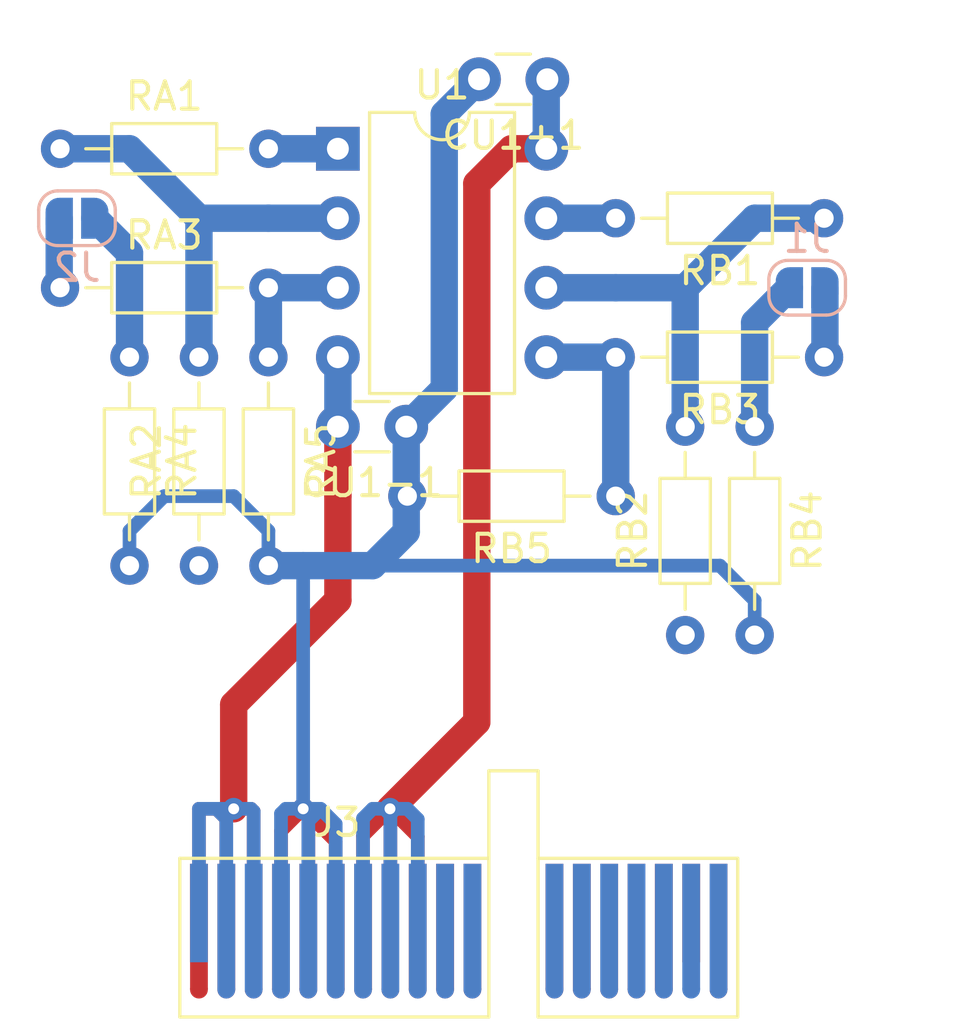
<source format=kicad_pcb>
(kicad_pcb (version 20171130) (host pcbnew 5.0.2-bee76a0~70~ubuntu16.04.1)

  (general
    (thickness 1.6)
    (drawings 0)
    (tracks 98)
    (zones 0)
    (modules 16)
    (nets 14)
  )

  (page A4)
  (layers
    (0 F.Cu signal)
    (31 B.Cu signal)
    (32 B.Adhes user)
    (33 F.Adhes user)
    (34 B.Paste user)
    (35 F.Paste user)
    (36 B.SilkS user)
    (37 F.SilkS user)
    (38 B.Mask user)
    (39 F.Mask user)
    (40 Dwgs.User user)
    (41 Cmts.User user)
    (42 Eco1.User user)
    (43 Eco2.User user)
    (44 Edge.Cuts user)
    (45 Margin user)
    (46 B.CrtYd user)
    (47 F.CrtYd user)
    (48 B.Fab user)
    (49 F.Fab user)
  )

  (setup
    (last_trace_width 1)
    (trace_clearance 0.2)
    (zone_clearance 0.508)
    (zone_45_only no)
    (trace_min 0.2)
    (segment_width 0.2)
    (edge_width 0.1)
    (via_size 0.8)
    (via_drill 0.4)
    (via_min_size 0.4)
    (via_min_drill 0.3)
    (uvia_size 0.3)
    (uvia_drill 0.1)
    (uvias_allowed no)
    (uvia_min_size 0.2)
    (uvia_min_drill 0.1)
    (pcb_text_width 0.3)
    (pcb_text_size 1.5 1.5)
    (mod_edge_width 0.15)
    (mod_text_size 1 1)
    (mod_text_width 0.15)
    (pad_size 1 0.5)
    (pad_drill 0)
    (pad_to_mask_clearance 0)
    (solder_mask_min_width 0.25)
    (aux_axis_origin 0 0)
    (visible_elements FFFFFF7F)
    (pcbplotparams
      (layerselection 0x010fc_ffffffff)
      (usegerberextensions false)
      (usegerberattributes false)
      (usegerberadvancedattributes false)
      (creategerberjobfile false)
      (excludeedgelayer true)
      (linewidth 0.100000)
      (plotframeref false)
      (viasonmask false)
      (mode 1)
      (useauxorigin false)
      (hpglpennumber 1)
      (hpglpenspeed 20)
      (hpglpendiameter 15.000000)
      (psnegative false)
      (psa4output false)
      (plotreference true)
      (plotvalue true)
      (plotinvisibletext false)
      (padsonsilk false)
      (subtractmaskfromsilk false)
      (outputformat 1)
      (mirror false)
      (drillshape 1)
      (scaleselection 1)
      (outputdirectory ""))
  )

  (net 0 "")
  (net 1 +15V)
  (net 2 GNDA)
  (net 3 -15V)
  (net 4 "Net-(J1-Pad2)")
  (net 5 "Net-(J2-Pad2)")
  (net 6 /inB-)
  (net 7 /inA-)
  (net 8 "Net-(RA1-Pad1)")
  (net 9 /outA)
  (net 10 "Net-(RA3-Pad2)")
  (net 11 "Net-(RB1-Pad1)")
  (net 12 /outB)
  (net 13 "Net-(RB3-Pad2)")

  (net_class Default "This is the default net class."
    (clearance 0.2)
    (trace_width 1)
    (via_dia 0.8)
    (via_drill 0.4)
    (uvia_dia 0.3)
    (uvia_drill 0.1)
    (add_net /inA-)
    (add_net /inB-)
    (add_net /outA)
    (add_net /outB)
    (add_net "Net-(J1-Pad2)")
    (add_net "Net-(J2-Pad2)")
    (add_net "Net-(RA1-Pad1)")
    (add_net "Net-(RA3-Pad2)")
    (add_net "Net-(RB1-Pad1)")
    (add_net "Net-(RB3-Pad2)")
  )

  (net_class power ""
    (clearance 0.2)
    (trace_width 0.5)
    (via_dia 0.8)
    (via_drill 0.4)
    (uvia_dia 0.3)
    (uvia_drill 0.1)
    (add_net +15V)
    (add_net -15V)
    (add_net GNDA)
  )

  (module Package_DIP:DIP-8_W7.62mm (layer F.Cu) (tedit 5A02E8C5) (tstamp 5C548E98)
    (at 101.6 38.1)
    (descr "8-lead though-hole mounted DIP package, row spacing 7.62 mm (300 mils)")
    (tags "THT DIP DIL PDIP 2.54mm 7.62mm 300mil")
    (path /5C54CA7D)
    (fp_text reference U1 (at 3.81 -2.33) (layer F.SilkS)
      (effects (font (size 1 1) (thickness 0.15)))
    )
    (fp_text value LM4562 (at 3.81 9.95) (layer F.Fab)
      (effects (font (size 1 1) (thickness 0.15)))
    )
    (fp_arc (start 3.81 -1.33) (end 2.81 -1.33) (angle -180) (layer F.SilkS) (width 0.12))
    (fp_line (start 1.635 -1.27) (end 6.985 -1.27) (layer F.Fab) (width 0.1))
    (fp_line (start 6.985 -1.27) (end 6.985 8.89) (layer F.Fab) (width 0.1))
    (fp_line (start 6.985 8.89) (end 0.635 8.89) (layer F.Fab) (width 0.1))
    (fp_line (start 0.635 8.89) (end 0.635 -0.27) (layer F.Fab) (width 0.1))
    (fp_line (start 0.635 -0.27) (end 1.635 -1.27) (layer F.Fab) (width 0.1))
    (fp_line (start 2.81 -1.33) (end 1.16 -1.33) (layer F.SilkS) (width 0.12))
    (fp_line (start 1.16 -1.33) (end 1.16 8.95) (layer F.SilkS) (width 0.12))
    (fp_line (start 1.16 8.95) (end 6.46 8.95) (layer F.SilkS) (width 0.12))
    (fp_line (start 6.46 8.95) (end 6.46 -1.33) (layer F.SilkS) (width 0.12))
    (fp_line (start 6.46 -1.33) (end 4.81 -1.33) (layer F.SilkS) (width 0.12))
    (fp_line (start -1.1 -1.55) (end -1.1 9.15) (layer F.CrtYd) (width 0.05))
    (fp_line (start -1.1 9.15) (end 8.7 9.15) (layer F.CrtYd) (width 0.05))
    (fp_line (start 8.7 9.15) (end 8.7 -1.55) (layer F.CrtYd) (width 0.05))
    (fp_line (start 8.7 -1.55) (end -1.1 -1.55) (layer F.CrtYd) (width 0.05))
    (fp_text user %R (at 3.81 3.81) (layer F.Fab)
      (effects (font (size 1 1) (thickness 0.15)))
    )
    (pad 1 thru_hole rect (at 0 0) (size 1.6 1.6) (drill 0.8) (layers *.Cu *.Mask)
      (net 9 /outA))
    (pad 5 thru_hole oval (at 7.62 7.62) (size 1.6 1.6) (drill 0.8) (layers *.Cu *.Mask)
      (net 13 "Net-(RB3-Pad2)"))
    (pad 2 thru_hole oval (at 0 2.54) (size 1.6 1.6) (drill 0.8) (layers *.Cu *.Mask)
      (net 8 "Net-(RA1-Pad1)"))
    (pad 6 thru_hole oval (at 7.62 5.08) (size 1.6 1.6) (drill 0.8) (layers *.Cu *.Mask)
      (net 11 "Net-(RB1-Pad1)"))
    (pad 3 thru_hole oval (at 0 5.08) (size 1.6 1.6) (drill 0.8) (layers *.Cu *.Mask)
      (net 10 "Net-(RA3-Pad2)"))
    (pad 7 thru_hole oval (at 7.62 2.54) (size 1.6 1.6) (drill 0.8) (layers *.Cu *.Mask)
      (net 12 /outB))
    (pad 4 thru_hole oval (at 0 7.62) (size 1.6 1.6) (drill 0.8) (layers *.Cu *.Mask)
      (net 3 -15V))
    (pad 8 thru_hole oval (at 7.62 0) (size 1.6 1.6) (drill 0.8) (layers *.Cu *.Mask)
      (net 1 +15V))
    (model ${KISYS3DMOD}/Package_DIP.3dshapes/DIP-8_W7.62mm.wrl
      (at (xyz 0 0 0))
      (scale (xyz 1 1 1))
      (rotate (xyz 0 0 0))
    )
  )

  (module footprints:PCIexpress_1x_letters (layer F.Cu) (tedit 5C5476B0) (tstamp 5C54794C)
    (at 96.52 66.04)
    (descr "PCIexpress Bus Edge Connector")
    (tags "PCIexpress Bus Edge Connector")
    (path /5C5482AB)
    (attr virtual)
    (fp_text reference J3 (at 5.05 -3.31) (layer F.SilkS)
      (effects (font (size 1 1) (thickness 0.15)))
    )
    (fp_text value Conn_02x18_Row_Letter_First (at 16.48 -3.31) (layer F.Fab)
      (effects (font (size 1 1) (thickness 0.15)))
    )
    (fp_line (start 19.95 4.05) (end -0.95 4.05) (layer F.CrtYd) (width 0.05))
    (fp_line (start 19.95 4.05) (end 19.95 -5.45) (layer F.CrtYd) (width 0.05))
    (fp_line (start -0.95 -5.45) (end -0.95 4.05) (layer F.CrtYd) (width 0.05))
    (fp_line (start -0.95 -5.45) (end 19.95 -5.45) (layer F.CrtYd) (width 0.05))
    (fp_line (start 19.7 -2) (end 19.7 3.8) (layer F.SilkS) (width 0.12))
    (fp_line (start 12.4 -2) (end 12.4 3.8) (layer F.SilkS) (width 0.12))
    (fp_line (start 12.4 3.8) (end 19.7 3.8) (layer F.SilkS) (width 0.12))
    (fp_line (start 19.7 -2) (end 12.4 -2) (layer F.SilkS) (width 0.12))
    (fp_line (start -0.7 3.8) (end -0.7 -2) (layer F.SilkS) (width 0.12))
    (fp_line (start 10.6 3.8) (end -0.7 3.8) (layer F.SilkS) (width 0.12))
    (fp_line (start 10.6 -2) (end 10.6 3.8) (layer F.SilkS) (width 0.12))
    (fp_line (start -0.7 -2) (end 10.6 -2) (layer F.SilkS) (width 0.12))
    (fp_line (start 12.4 -5.2) (end 12.4 -2) (layer F.SilkS) (width 0.12))
    (fp_line (start 10.6 -5.2) (end 12.4 -5.2) (layer F.SilkS) (width 0.12))
    (fp_line (start 10.6 -2) (end 10.6 -5.2) (layer F.SilkS) (width 0.12))
    (fp_text user %R (at 9.5 0.662) (layer F.Fab)
      (effects (font (size 1 1) (thickness 0.15)))
    )
    (pad "" connect oval (at 1 2.8 90) (size 0.65 0.65) (layers B.Cu B.Mask))
    (pad "" connect oval (at 19 2.8 90) (size 0.65 0.65) (layers B.Cu B.Mask))
    (pad "" connect oval (at 18 2.8 90) (size 0.65 0.65) (layers B.Cu B.Mask))
    (pad "" connect oval (at 13 2.8 90) (size 0.65 0.65) (layers B.Cu B.Mask))
    (pad "" connect oval (at 10 2.8 90) (size 0.65 0.65) (layers B.Cu B.Mask))
    (pad "" connect oval (at 17 2.8 90) (size 0.65 0.65) (layers B.Cu B.Mask))
    (pad "" connect oval (at 14 2.8 90) (size 0.65 0.65) (layers B.Cu B.Mask))
    (pad "" connect oval (at 2 2.8 90) (size 0.65 0.65) (layers B.Cu B.Mask))
    (pad "" connect oval (at 16 2.8 90) (size 0.65 0.65) (layers B.Cu B.Mask))
    (pad "" connect oval (at 15 2.8 90) (size 0.65 0.65) (layers B.Cu B.Mask))
    (pad "" connect oval (at 9 2.8 90) (size 0.65 0.65) (layers B.Cu B.Mask))
    (pad "" connect oval (at 8 2.8 90) (size 0.65 0.65) (layers B.Cu B.Mask))
    (pad "" connect oval (at 7 2.8 90) (size 0.65 0.65) (layers B.Cu B.Mask))
    (pad "" connect oval (at 6 2.8 90) (size 0.65 0.65) (layers B.Cu B.Mask))
    (pad "" connect oval (at 5 2.8 90) (size 0.65 0.65) (layers B.Cu B.Mask))
    (pad "" connect oval (at 4 2.8 90) (size 0.65 0.65) (layers B.Cu B.Mask))
    (pad "" connect oval (at 3 2.8 90) (size 0.65 0.65) (layers B.Cu B.Mask))
    (pad "" connect circle (at 1 2.8) (size 0.65 0.65) (layers F.Cu F.Mask))
    (pad "" connect circle (at 17 2.8) (size 0.65 0.65) (layers F.Cu F.Mask))
    (pad "" connect circle (at 16 2.8) (size 0.65 0.65) (layers F.Cu F.Mask))
    (pad "" connect circle (at 15 2.8) (size 0.65 0.65) (layers F.Cu F.Mask))
    (pad "" connect circle (at 14 2.8) (size 0.65 0.65) (layers F.Cu F.Mask))
    (pad "" connect circle (at 13 2.8) (size 0.65 0.65) (layers F.Cu F.Mask))
    (pad "" connect circle (at 0 2.8) (size 0.65 0.65) (layers F.Cu F.Mask))
    (pad "" connect circle (at 10 2.8) (size 0.65 0.65) (layers F.Cu F.Mask))
    (pad "" connect circle (at 9 2.8) (size 0.65 0.65) (layers F.Cu F.Mask))
    (pad "" connect circle (at 8 2.8) (size 0.65 0.65) (layers F.Cu F.Mask))
    (pad "" connect circle (at 7 2.8) (size 0.65 0.65) (layers F.Cu F.Mask))
    (pad "" connect circle (at 6 2.8) (size 0.65 0.65) (layers F.Cu F.Mask))
    (pad "" connect circle (at 5 2.8) (size 0.65 0.65) (layers F.Cu F.Mask))
    (pad "" connect circle (at 4 2.8) (size 0.65 0.65) (layers F.Cu F.Mask))
    (pad "" connect circle (at 3 2.8) (size 0.65 0.65) (layers F.Cu F.Mask))
    (pad "" connect circle (at 2 2.8) (size 0.65 0.65) (layers F.Cu F.Mask))
    (pad 13a connect rect (at 14 0.5) (size 0.65 4.6) (layers B.Cu B.Mask))
    (pad 12a connect rect (at 13 0.5) (size 0.65 4.6) (layers B.Cu B.Mask))
    (pad 18a connect rect (at 19 0.5) (size 0.65 4.6) (layers B.Cu B.Mask))
    (pad 17a connect rect (at 18 0.5) (size 0.65 4.6) (layers B.Cu B.Mask))
    (pad 16a connect rect (at 17 0.5) (size 0.65 4.6) (layers B.Cu B.Mask))
    (pad 15a connect rect (at 16 0.5) (size 0.65 4.6) (layers B.Cu B.Mask))
    (pad 14a connect rect (at 15 0.5) (size 0.65 4.6) (layers B.Cu B.Mask))
    (pad 11a connect rect (at 10 0.5) (size 0.65 4.6) (layers B.Cu B.Mask))
    (pad 10a connect rect (at 9 0.5) (size 0.65 4.6) (layers B.Cu B.Mask))
    (pad 9a connect rect (at 8 0.5) (size 0.65 4.6) (layers B.Cu B.Mask)
      (net 1 +15V))
    (pad 8a connect rect (at 7 0.5) (size 0.65 4.6) (layers B.Cu B.Mask)
      (net 1 +15V))
    (pad 7a connect rect (at 6 0.5) (size 0.65 4.6) (layers B.Cu B.Mask)
      (net 1 +15V))
    (pad 6a connect rect (at 5 0.5) (size 0.65 4.6) (layers B.Cu B.Mask)
      (net 2 GNDA))
    (pad 5a connect rect (at 4 0.5) (size 0.65 4.6) (layers B.Cu B.Mask)
      (net 2 GNDA))
    (pad 4a connect rect (at 3 0.5) (size 0.65 4.6) (layers B.Cu B.Mask)
      (net 2 GNDA))
    (pad 3a connect rect (at 2 0.5) (size 0.65 4.6) (layers B.Cu B.Mask)
      (net 3 -15V))
    (pad 2a connect rect (at 1 0.5) (size 0.65 4.6) (layers B.Cu B.Mask)
      (net 3 -15V))
    (pad 1a connect rect (at 0 0) (size 0.65 3.6) (layers B.Cu B.Mask)
      (net 3 -15V))
    (pad 13b connect rect (at 14 0.5) (size 0.65 4.6) (layers F.Cu F.Mask))
    (pad 12b connect rect (at 13 0.5) (size 0.65 4.6) (layers F.Cu F.Mask))
    (pad 18b connect rect (at 19 0.5) (size 0.65 4.6) (layers F.Cu F.Mask))
    (pad 17b connect rect (at 18 0) (size 0.65 3.6) (layers F.Cu F.Mask))
    (pad 16b connect rect (at 17 0.5) (size 0.65 4.6) (layers F.Cu F.Mask))
    (pad 15b connect rect (at 16 0.5) (size 0.65 4.6) (layers F.Cu F.Mask))
    (pad 14b connect rect (at 15 0.5) (size 0.65 4.6) (layers F.Cu F.Mask))
    (pad 11b connect rect (at 10 0.5) (size 0.65 4.6) (layers F.Cu F.Mask))
    (pad 10b connect rect (at 9 0.5) (size 0.65 4.6) (layers F.Cu F.Mask))
    (pad 9b connect rect (at 8 0.5) (size 0.65 4.6) (layers F.Cu F.Mask)
      (net 1 +15V))
    (pad 8b connect rect (at 7 0.5) (size 0.65 4.6) (layers F.Cu F.Mask)
      (net 1 +15V))
    (pad 7b connect rect (at 6 0.5) (size 0.65 4.6) (layers F.Cu F.Mask)
      (net 1 +15V))
    (pad 6b connect rect (at 5 0.5) (size 0.65 4.6) (layers F.Cu F.Mask)
      (net 2 GNDA))
    (pad 5b connect rect (at 4 0.5) (size 0.65 4.6) (layers F.Cu F.Mask)
      (net 2 GNDA))
    (pad 4b connect rect (at 3 0.5) (size 0.65 4.6) (layers F.Cu F.Mask)
      (net 2 GNDA))
    (pad 3b connect rect (at 2 0.5) (size 0.65 4.6) (layers F.Cu F.Mask)
      (net 3 -15V))
    (pad 2b connect rect (at 1 0.5) (size 0.65 4.6) (layers F.Cu F.Mask)
      (net 3 -15V))
    (pad 1b connect rect (at 0 0.5) (size 0.65 4.6) (layers F.Cu F.Mask)
      (net 3 -15V))
    (pad "" connect circle (at 19 2.8) (size 0.65 0.65) (layers F.Cu F.Mask))
  )

  (module Capacitor_THT:C_Disc_D3.0mm_W1.6mm_P2.50mm (layer F.Cu) (tedit 5AE50EF0) (tstamp 5C5490AB)
    (at 109.26 35.56 180)
    (descr "C, Disc series, Radial, pin pitch=2.50mm, , diameter*width=3.0*1.6mm^2, Capacitor, http://www.vishay.com/docs/45233/krseries.pdf")
    (tags "C Disc series Radial pin pitch 2.50mm  diameter 3.0mm width 1.6mm Capacitor")
    (path /5C54CB2B)
    (fp_text reference CU1+1 (at 1.25 -2.05 180) (layer F.SilkS)
      (effects (font (size 1 1) (thickness 0.15)))
    )
    (fp_text value 100n (at 1.25 2.05 180) (layer F.Fab)
      (effects (font (size 1 1) (thickness 0.15)))
    )
    (fp_line (start -0.25 -0.8) (end -0.25 0.8) (layer F.Fab) (width 0.1))
    (fp_line (start -0.25 0.8) (end 2.75 0.8) (layer F.Fab) (width 0.1))
    (fp_line (start 2.75 0.8) (end 2.75 -0.8) (layer F.Fab) (width 0.1))
    (fp_line (start 2.75 -0.8) (end -0.25 -0.8) (layer F.Fab) (width 0.1))
    (fp_line (start 0.621 -0.92) (end 1.879 -0.92) (layer F.SilkS) (width 0.12))
    (fp_line (start 0.621 0.92) (end 1.879 0.92) (layer F.SilkS) (width 0.12))
    (fp_line (start -1.05 -1.05) (end -1.05 1.05) (layer F.CrtYd) (width 0.05))
    (fp_line (start -1.05 1.05) (end 3.55 1.05) (layer F.CrtYd) (width 0.05))
    (fp_line (start 3.55 1.05) (end 3.55 -1.05) (layer F.CrtYd) (width 0.05))
    (fp_line (start 3.55 -1.05) (end -1.05 -1.05) (layer F.CrtYd) (width 0.05))
    (fp_text user %R (at 1.25 0 180) (layer F.Fab)
      (effects (font (size 0.6 0.6) (thickness 0.09)))
    )
    (pad 1 thru_hole circle (at 0 0 180) (size 1.6 1.6) (drill 0.8) (layers *.Cu *.Mask)
      (net 1 +15V))
    (pad 2 thru_hole circle (at 2.5 0 180) (size 1.6 1.6) (drill 0.8) (layers *.Cu *.Mask)
      (net 2 GNDA))
    (model ${KISYS3DMOD}/Capacitor_THT.3dshapes/C_Disc_D3.0mm_W1.6mm_P2.50mm.wrl
      (at (xyz 0 0 0))
      (scale (xyz 1 1 1))
      (rotate (xyz 0 0 0))
    )
  )

  (module Capacitor_THT:C_Disc_D3.0mm_W1.6mm_P2.50mm (layer F.Cu) (tedit 5AE50EF0) (tstamp 5C54904A)
    (at 104.1 48.26 180)
    (descr "C, Disc series, Radial, pin pitch=2.50mm, , diameter*width=3.0*1.6mm^2, Capacitor, http://www.vishay.com/docs/45233/krseries.pdf")
    (tags "C Disc series Radial pin pitch 2.50mm  diameter 3.0mm width 1.6mm Capacitor")
    (path /5C54CB3A)
    (fp_text reference CU1-1 (at 1.25 -2.05 180) (layer F.SilkS)
      (effects (font (size 1 1) (thickness 0.15)))
    )
    (fp_text value 100n (at 1.25 2.05 180) (layer F.Fab)
      (effects (font (size 1 1) (thickness 0.15)))
    )
    (fp_text user %R (at 1.25 0 180) (layer F.Fab)
      (effects (font (size 0.6 0.6) (thickness 0.09)))
    )
    (fp_line (start 3.55 -1.05) (end -1.05 -1.05) (layer F.CrtYd) (width 0.05))
    (fp_line (start 3.55 1.05) (end 3.55 -1.05) (layer F.CrtYd) (width 0.05))
    (fp_line (start -1.05 1.05) (end 3.55 1.05) (layer F.CrtYd) (width 0.05))
    (fp_line (start -1.05 -1.05) (end -1.05 1.05) (layer F.CrtYd) (width 0.05))
    (fp_line (start 0.621 0.92) (end 1.879 0.92) (layer F.SilkS) (width 0.12))
    (fp_line (start 0.621 -0.92) (end 1.879 -0.92) (layer F.SilkS) (width 0.12))
    (fp_line (start 2.75 -0.8) (end -0.25 -0.8) (layer F.Fab) (width 0.1))
    (fp_line (start 2.75 0.8) (end 2.75 -0.8) (layer F.Fab) (width 0.1))
    (fp_line (start -0.25 0.8) (end 2.75 0.8) (layer F.Fab) (width 0.1))
    (fp_line (start -0.25 -0.8) (end -0.25 0.8) (layer F.Fab) (width 0.1))
    (pad 2 thru_hole circle (at 2.5 0 180) (size 1.6 1.6) (drill 0.8) (layers *.Cu *.Mask)
      (net 3 -15V))
    (pad 1 thru_hole circle (at 0 0 180) (size 1.6 1.6) (drill 0.8) (layers *.Cu *.Mask)
      (net 2 GNDA))
    (model ${KISYS3DMOD}/Capacitor_THT.3dshapes/C_Disc_D3.0mm_W1.6mm_P2.50mm.wrl
      (at (xyz 0 0 0))
      (scale (xyz 1 1 1))
      (rotate (xyz 0 0 0))
    )
  )

  (module Resistor_THT:R_Axial_DIN0204_L3.6mm_D1.6mm_P7.62mm_Horizontal (layer F.Cu) (tedit 5AE5139B) (tstamp 5C549AAD)
    (at 96.52 53.34 90)
    (descr "Resistor, Axial_DIN0204 series, Axial, Horizontal, pin pitch=7.62mm, 0.167W, length*diameter=3.6*1.6mm^2, http://cdn-reichelt.de/documents/datenblatt/B400/1_4W%23YAG.pdf")
    (tags "Resistor Axial_DIN0204 series Axial Horizontal pin pitch 7.62mm 0.167W length 3.6mm diameter 1.6mm")
    (path /5C54CA8C)
    (fp_text reference RA2 (at 3.81 -1.92 90) (layer F.SilkS)
      (effects (font (size 1 1) (thickness 0.15)))
    )
    (fp_text value 10k (at 3.81 1.92 90) (layer F.Fab)
      (effects (font (size 1 1) (thickness 0.15)))
    )
    (fp_line (start 2.01 -0.8) (end 2.01 0.8) (layer F.Fab) (width 0.1))
    (fp_line (start 2.01 0.8) (end 5.61 0.8) (layer F.Fab) (width 0.1))
    (fp_line (start 5.61 0.8) (end 5.61 -0.8) (layer F.Fab) (width 0.1))
    (fp_line (start 5.61 -0.8) (end 2.01 -0.8) (layer F.Fab) (width 0.1))
    (fp_line (start 0 0) (end 2.01 0) (layer F.Fab) (width 0.1))
    (fp_line (start 7.62 0) (end 5.61 0) (layer F.Fab) (width 0.1))
    (fp_line (start 1.89 -0.92) (end 1.89 0.92) (layer F.SilkS) (width 0.12))
    (fp_line (start 1.89 0.92) (end 5.73 0.92) (layer F.SilkS) (width 0.12))
    (fp_line (start 5.73 0.92) (end 5.73 -0.92) (layer F.SilkS) (width 0.12))
    (fp_line (start 5.73 -0.92) (end 1.89 -0.92) (layer F.SilkS) (width 0.12))
    (fp_line (start 0.94 0) (end 1.89 0) (layer F.SilkS) (width 0.12))
    (fp_line (start 6.68 0) (end 5.73 0) (layer F.SilkS) (width 0.12))
    (fp_line (start -0.95 -1.05) (end -0.95 1.05) (layer F.CrtYd) (width 0.05))
    (fp_line (start -0.95 1.05) (end 8.57 1.05) (layer F.CrtYd) (width 0.05))
    (fp_line (start 8.57 1.05) (end 8.57 -1.05) (layer F.CrtYd) (width 0.05))
    (fp_line (start 8.57 -1.05) (end -0.95 -1.05) (layer F.CrtYd) (width 0.05))
    (fp_text user %R (at 3.81 0 90) (layer F.Fab)
      (effects (font (size 0.72 0.72) (thickness 0.108)))
    )
    (pad 1 thru_hole circle (at 0 0 90) (size 1.4 1.4) (drill 0.7) (layers *.Cu *.Mask))
    (pad 2 thru_hole oval (at 7.62 0 90) (size 1.4 1.4) (drill 0.7) (layers *.Cu *.Mask)
      (net 8 "Net-(RA1-Pad1)"))
    (model ${KISYS3DMOD}/Resistor_THT.3dshapes/R_Axial_DIN0204_L3.6mm_D1.6mm_P7.62mm_Horizontal.wrl
      (at (xyz 0 0 0))
      (scale (xyz 1 1 1))
      (rotate (xyz 0 0 0))
    )
  )

  (module Resistor_THT:R_Axial_DIN0204_L3.6mm_D1.6mm_P7.62mm_Horizontal (layer F.Cu) (tedit 5AE5139B) (tstamp 5C5492E5)
    (at 91.44 43.18)
    (descr "Resistor, Axial_DIN0204 series, Axial, Horizontal, pin pitch=7.62mm, 0.167W, length*diameter=3.6*1.6mm^2, http://cdn-reichelt.de/documents/datenblatt/B400/1_4W%23YAG.pdf")
    (tags "Resistor Axial_DIN0204 series Axial Horizontal pin pitch 7.62mm 0.167W length 3.6mm diameter 1.6mm")
    (path /5C54CAA4)
    (fp_text reference RA3 (at 3.81 -1.92) (layer F.SilkS)
      (effects (font (size 1 1) (thickness 0.15)))
    )
    (fp_text value 10k (at 3.81 1.92) (layer F.Fab)
      (effects (font (size 1 1) (thickness 0.15)))
    )
    (fp_text user %R (at 3.81 0) (layer F.Fab)
      (effects (font (size 0.72 0.72) (thickness 0.108)))
    )
    (fp_line (start 8.57 -1.05) (end -0.95 -1.05) (layer F.CrtYd) (width 0.05))
    (fp_line (start 8.57 1.05) (end 8.57 -1.05) (layer F.CrtYd) (width 0.05))
    (fp_line (start -0.95 1.05) (end 8.57 1.05) (layer F.CrtYd) (width 0.05))
    (fp_line (start -0.95 -1.05) (end -0.95 1.05) (layer F.CrtYd) (width 0.05))
    (fp_line (start 6.68 0) (end 5.73 0) (layer F.SilkS) (width 0.12))
    (fp_line (start 0.94 0) (end 1.89 0) (layer F.SilkS) (width 0.12))
    (fp_line (start 5.73 -0.92) (end 1.89 -0.92) (layer F.SilkS) (width 0.12))
    (fp_line (start 5.73 0.92) (end 5.73 -0.92) (layer F.SilkS) (width 0.12))
    (fp_line (start 1.89 0.92) (end 5.73 0.92) (layer F.SilkS) (width 0.12))
    (fp_line (start 1.89 -0.92) (end 1.89 0.92) (layer F.SilkS) (width 0.12))
    (fp_line (start 7.62 0) (end 5.61 0) (layer F.Fab) (width 0.1))
    (fp_line (start 0 0) (end 2.01 0) (layer F.Fab) (width 0.1))
    (fp_line (start 5.61 -0.8) (end 2.01 -0.8) (layer F.Fab) (width 0.1))
    (fp_line (start 5.61 0.8) (end 5.61 -0.8) (layer F.Fab) (width 0.1))
    (fp_line (start 2.01 0.8) (end 5.61 0.8) (layer F.Fab) (width 0.1))
    (fp_line (start 2.01 -0.8) (end 2.01 0.8) (layer F.Fab) (width 0.1))
    (pad 2 thru_hole oval (at 7.62 0) (size 1.4 1.4) (drill 0.7) (layers *.Cu *.Mask)
      (net 10 "Net-(RA3-Pad2)"))
    (pad 1 thru_hole circle (at 0 0) (size 1.4 1.4) (drill 0.7) (layers *.Cu *.Mask)
      (net 7 /inA-))
    (model ${KISYS3DMOD}/Resistor_THT.3dshapes/R_Axial_DIN0204_L3.6mm_D1.6mm_P7.62mm_Horizontal.wrl
      (at (xyz 0 0 0))
      (scale (xyz 1 1 1))
      (rotate (xyz 0 0 0))
    )
  )

  (module Resistor_THT:R_Axial_DIN0204_L3.6mm_D1.6mm_P7.62mm_Horizontal (layer F.Cu) (tedit 5AE5139B) (tstamp 5C54819D)
    (at 93.98 45.72 270)
    (descr "Resistor, Axial_DIN0204 series, Axial, Horizontal, pin pitch=7.62mm, 0.167W, length*diameter=3.6*1.6mm^2, http://cdn-reichelt.de/documents/datenblatt/B400/1_4W%23YAG.pdf")
    (tags "Resistor Axial_DIN0204 series Axial Horizontal pin pitch 7.62mm 0.167W length 3.6mm diameter 1.6mm")
    (path /5C54CAB9)
    (fp_text reference RA4 (at 3.81 -1.92 270) (layer F.SilkS)
      (effects (font (size 1 1) (thickness 0.15)))
    )
    (fp_text value 10 (at 3.81 1.92 270) (layer F.Fab)
      (effects (font (size 1 1) (thickness 0.15)))
    )
    (fp_text user %R (at 3.81 0 270) (layer F.Fab)
      (effects (font (size 0.72 0.72) (thickness 0.108)))
    )
    (fp_line (start 8.57 -1.05) (end -0.95 -1.05) (layer F.CrtYd) (width 0.05))
    (fp_line (start 8.57 1.05) (end 8.57 -1.05) (layer F.CrtYd) (width 0.05))
    (fp_line (start -0.95 1.05) (end 8.57 1.05) (layer F.CrtYd) (width 0.05))
    (fp_line (start -0.95 -1.05) (end -0.95 1.05) (layer F.CrtYd) (width 0.05))
    (fp_line (start 6.68 0) (end 5.73 0) (layer F.SilkS) (width 0.12))
    (fp_line (start 0.94 0) (end 1.89 0) (layer F.SilkS) (width 0.12))
    (fp_line (start 5.73 -0.92) (end 1.89 -0.92) (layer F.SilkS) (width 0.12))
    (fp_line (start 5.73 0.92) (end 5.73 -0.92) (layer F.SilkS) (width 0.12))
    (fp_line (start 1.89 0.92) (end 5.73 0.92) (layer F.SilkS) (width 0.12))
    (fp_line (start 1.89 -0.92) (end 1.89 0.92) (layer F.SilkS) (width 0.12))
    (fp_line (start 7.62 0) (end 5.61 0) (layer F.Fab) (width 0.1))
    (fp_line (start 0 0) (end 2.01 0) (layer F.Fab) (width 0.1))
    (fp_line (start 5.61 -0.8) (end 2.01 -0.8) (layer F.Fab) (width 0.1))
    (fp_line (start 5.61 0.8) (end 5.61 -0.8) (layer F.Fab) (width 0.1))
    (fp_line (start 2.01 0.8) (end 5.61 0.8) (layer F.Fab) (width 0.1))
    (fp_line (start 2.01 -0.8) (end 2.01 0.8) (layer F.Fab) (width 0.1))
    (pad 2 thru_hole oval (at 7.62 0 270) (size 1.4 1.4) (drill 0.7) (layers *.Cu *.Mask)
      (net 2 GNDA))
    (pad 1 thru_hole circle (at 0 0 270) (size 1.4 1.4) (drill 0.7) (layers *.Cu *.Mask)
      (net 5 "Net-(J2-Pad2)"))
    (model ${KISYS3DMOD}/Resistor_THT.3dshapes/R_Axial_DIN0204_L3.6mm_D1.6mm_P7.62mm_Horizontal.wrl
      (at (xyz 0 0 0))
      (scale (xyz 1 1 1))
      (rotate (xyz 0 0 0))
    )
  )

  (module Resistor_THT:R_Axial_DIN0204_L3.6mm_D1.6mm_P7.62mm_Horizontal (layer F.Cu) (tedit 5AE5139B) (tstamp 5C548D58)
    (at 99.06 45.72 270)
    (descr "Resistor, Axial_DIN0204 series, Axial, Horizontal, pin pitch=7.62mm, 0.167W, length*diameter=3.6*1.6mm^2, http://cdn-reichelt.de/documents/datenblatt/B400/1_4W%23YAG.pdf")
    (tags "Resistor Axial_DIN0204 series Axial Horizontal pin pitch 7.62mm 0.167W length 3.6mm diameter 1.6mm")
    (path /5C54CAAC)
    (fp_text reference RA5 (at 3.81 -1.92 270) (layer F.SilkS)
      (effects (font (size 1 1) (thickness 0.15)))
    )
    (fp_text value 10k (at 3.81 1.92 270) (layer F.Fab)
      (effects (font (size 1 1) (thickness 0.15)))
    )
    (fp_line (start 2.01 -0.8) (end 2.01 0.8) (layer F.Fab) (width 0.1))
    (fp_line (start 2.01 0.8) (end 5.61 0.8) (layer F.Fab) (width 0.1))
    (fp_line (start 5.61 0.8) (end 5.61 -0.8) (layer F.Fab) (width 0.1))
    (fp_line (start 5.61 -0.8) (end 2.01 -0.8) (layer F.Fab) (width 0.1))
    (fp_line (start 0 0) (end 2.01 0) (layer F.Fab) (width 0.1))
    (fp_line (start 7.62 0) (end 5.61 0) (layer F.Fab) (width 0.1))
    (fp_line (start 1.89 -0.92) (end 1.89 0.92) (layer F.SilkS) (width 0.12))
    (fp_line (start 1.89 0.92) (end 5.73 0.92) (layer F.SilkS) (width 0.12))
    (fp_line (start 5.73 0.92) (end 5.73 -0.92) (layer F.SilkS) (width 0.12))
    (fp_line (start 5.73 -0.92) (end 1.89 -0.92) (layer F.SilkS) (width 0.12))
    (fp_line (start 0.94 0) (end 1.89 0) (layer F.SilkS) (width 0.12))
    (fp_line (start 6.68 0) (end 5.73 0) (layer F.SilkS) (width 0.12))
    (fp_line (start -0.95 -1.05) (end -0.95 1.05) (layer F.CrtYd) (width 0.05))
    (fp_line (start -0.95 1.05) (end 8.57 1.05) (layer F.CrtYd) (width 0.05))
    (fp_line (start 8.57 1.05) (end 8.57 -1.05) (layer F.CrtYd) (width 0.05))
    (fp_line (start 8.57 -1.05) (end -0.95 -1.05) (layer F.CrtYd) (width 0.05))
    (fp_text user %R (at 3.81 0 270) (layer F.Fab)
      (effects (font (size 0.72 0.72) (thickness 0.108)))
    )
    (pad 1 thru_hole circle (at 0 0 270) (size 1.4 1.4) (drill 0.7) (layers *.Cu *.Mask)
      (net 10 "Net-(RA3-Pad2)"))
    (pad 2 thru_hole oval (at 7.62 0 270) (size 1.4 1.4) (drill 0.7) (layers *.Cu *.Mask)
      (net 2 GNDA))
    (model ${KISYS3DMOD}/Resistor_THT.3dshapes/R_Axial_DIN0204_L3.6mm_D1.6mm_P7.62mm_Horizontal.wrl
      (at (xyz 0 0 0))
      (scale (xyz 1 1 1))
      (rotate (xyz 0 0 0))
    )
  )

  (module Resistor_THT:R_Axial_DIN0204_L3.6mm_D1.6mm_P7.62mm_Horizontal (layer F.Cu) (tedit 5AE5139B) (tstamp 5C5481CB)
    (at 119.38 40.64 180)
    (descr "Resistor, Axial_DIN0204 series, Axial, Horizontal, pin pitch=7.62mm, 0.167W, length*diameter=3.6*1.6mm^2, http://cdn-reichelt.de/documents/datenblatt/B400/1_4W%23YAG.pdf")
    (tags "Resistor Axial_DIN0204 series Axial Horizontal pin pitch 7.62mm 0.167W length 3.6mm diameter 1.6mm")
    (path /5C54CB19)
    (fp_text reference RB1 (at 3.81 -1.92 180) (layer F.SilkS)
      (effects (font (size 1 1) (thickness 0.15)))
    )
    (fp_text value 10k (at 3.81 1.92 180) (layer F.Fab)
      (effects (font (size 1 1) (thickness 0.15)))
    )
    (fp_line (start 2.01 -0.8) (end 2.01 0.8) (layer F.Fab) (width 0.1))
    (fp_line (start 2.01 0.8) (end 5.61 0.8) (layer F.Fab) (width 0.1))
    (fp_line (start 5.61 0.8) (end 5.61 -0.8) (layer F.Fab) (width 0.1))
    (fp_line (start 5.61 -0.8) (end 2.01 -0.8) (layer F.Fab) (width 0.1))
    (fp_line (start 0 0) (end 2.01 0) (layer F.Fab) (width 0.1))
    (fp_line (start 7.62 0) (end 5.61 0) (layer F.Fab) (width 0.1))
    (fp_line (start 1.89 -0.92) (end 1.89 0.92) (layer F.SilkS) (width 0.12))
    (fp_line (start 1.89 0.92) (end 5.73 0.92) (layer F.SilkS) (width 0.12))
    (fp_line (start 5.73 0.92) (end 5.73 -0.92) (layer F.SilkS) (width 0.12))
    (fp_line (start 5.73 -0.92) (end 1.89 -0.92) (layer F.SilkS) (width 0.12))
    (fp_line (start 0.94 0) (end 1.89 0) (layer F.SilkS) (width 0.12))
    (fp_line (start 6.68 0) (end 5.73 0) (layer F.SilkS) (width 0.12))
    (fp_line (start -0.95 -1.05) (end -0.95 1.05) (layer F.CrtYd) (width 0.05))
    (fp_line (start -0.95 1.05) (end 8.57 1.05) (layer F.CrtYd) (width 0.05))
    (fp_line (start 8.57 1.05) (end 8.57 -1.05) (layer F.CrtYd) (width 0.05))
    (fp_line (start 8.57 -1.05) (end -0.95 -1.05) (layer F.CrtYd) (width 0.05))
    (fp_text user %R (at 3.81 0 180) (layer F.Fab)
      (effects (font (size 0.72 0.72) (thickness 0.108)))
    )
    (pad 1 thru_hole circle (at 0 0 180) (size 1.4 1.4) (drill 0.7) (layers *.Cu *.Mask)
      (net 11 "Net-(RB1-Pad1)"))
    (pad 2 thru_hole oval (at 7.62 0 180) (size 1.4 1.4) (drill 0.7) (layers *.Cu *.Mask)
      (net 12 /outB))
    (model ${KISYS3DMOD}/Resistor_THT.3dshapes/R_Axial_DIN0204_L3.6mm_D1.6mm_P7.62mm_Horizontal.wrl
      (at (xyz 0 0 0))
      (scale (xyz 1 1 1))
      (rotate (xyz 0 0 0))
    )
  )

  (module Resistor_THT:R_Axial_DIN0204_L3.6mm_D1.6mm_P7.62mm_Horizontal (layer F.Cu) (tedit 5AE5139B) (tstamp 5C548E51)
    (at 114.3 55.88 90)
    (descr "Resistor, Axial_DIN0204 series, Axial, Horizontal, pin pitch=7.62mm, 0.167W, length*diameter=3.6*1.6mm^2, http://cdn-reichelt.de/documents/datenblatt/B400/1_4W%23YAG.pdf")
    (tags "Resistor Axial_DIN0204 series Axial Horizontal pin pitch 7.62mm 0.167W length 3.6mm diameter 1.6mm")
    (path /5C54CAD8)
    (fp_text reference RB2 (at 3.81 -1.92 90) (layer F.SilkS)
      (effects (font (size 1 1) (thickness 0.15)))
    )
    (fp_text value 10k (at 3.81 1.92 90) (layer F.Fab)
      (effects (font (size 1 1) (thickness 0.15)))
    )
    (fp_line (start 2.01 -0.8) (end 2.01 0.8) (layer F.Fab) (width 0.1))
    (fp_line (start 2.01 0.8) (end 5.61 0.8) (layer F.Fab) (width 0.1))
    (fp_line (start 5.61 0.8) (end 5.61 -0.8) (layer F.Fab) (width 0.1))
    (fp_line (start 5.61 -0.8) (end 2.01 -0.8) (layer F.Fab) (width 0.1))
    (fp_line (start 0 0) (end 2.01 0) (layer F.Fab) (width 0.1))
    (fp_line (start 7.62 0) (end 5.61 0) (layer F.Fab) (width 0.1))
    (fp_line (start 1.89 -0.92) (end 1.89 0.92) (layer F.SilkS) (width 0.12))
    (fp_line (start 1.89 0.92) (end 5.73 0.92) (layer F.SilkS) (width 0.12))
    (fp_line (start 5.73 0.92) (end 5.73 -0.92) (layer F.SilkS) (width 0.12))
    (fp_line (start 5.73 -0.92) (end 1.89 -0.92) (layer F.SilkS) (width 0.12))
    (fp_line (start 0.94 0) (end 1.89 0) (layer F.SilkS) (width 0.12))
    (fp_line (start 6.68 0) (end 5.73 0) (layer F.SilkS) (width 0.12))
    (fp_line (start -0.95 -1.05) (end -0.95 1.05) (layer F.CrtYd) (width 0.05))
    (fp_line (start -0.95 1.05) (end 8.57 1.05) (layer F.CrtYd) (width 0.05))
    (fp_line (start 8.57 1.05) (end 8.57 -1.05) (layer F.CrtYd) (width 0.05))
    (fp_line (start 8.57 -1.05) (end -0.95 -1.05) (layer F.CrtYd) (width 0.05))
    (fp_text user %R (at 3.81 0 90) (layer F.Fab)
      (effects (font (size 0.72 0.72) (thickness 0.108)))
    )
    (pad 1 thru_hole circle (at 0 0 90) (size 1.4 1.4) (drill 0.7) (layers *.Cu *.Mask))
    (pad 2 thru_hole oval (at 7.62 0 90) (size 1.4 1.4) (drill 0.7) (layers *.Cu *.Mask)
      (net 11 "Net-(RB1-Pad1)"))
    (model ${KISYS3DMOD}/Resistor_THT.3dshapes/R_Axial_DIN0204_L3.6mm_D1.6mm_P7.62mm_Horizontal.wrl
      (at (xyz 0 0 0))
      (scale (xyz 1 1 1))
      (rotate (xyz 0 0 0))
    )
  )

  (module Resistor_THT:R_Axial_DIN0204_L3.6mm_D1.6mm_P7.62mm_Horizontal (layer F.Cu) (tedit 5AE5139B) (tstamp 5C548E0F)
    (at 119.38 45.72 180)
    (descr "Resistor, Axial_DIN0204 series, Axial, Horizontal, pin pitch=7.62mm, 0.167W, length*diameter=3.6*1.6mm^2, http://cdn-reichelt.de/documents/datenblatt/B400/1_4W%23YAG.pdf")
    (tags "Resistor Axial_DIN0204 series Axial Horizontal pin pitch 7.62mm 0.167W length 3.6mm diameter 1.6mm")
    (path /5C54CAE4)
    (fp_text reference RB3 (at 3.81 -1.92 180) (layer F.SilkS)
      (effects (font (size 1 1) (thickness 0.15)))
    )
    (fp_text value 10k (at 3.81 1.92 180) (layer F.Fab)
      (effects (font (size 1 1) (thickness 0.15)))
    )
    (fp_text user %R (at 3.81 0 180) (layer F.Fab)
      (effects (font (size 0.72 0.72) (thickness 0.108)))
    )
    (fp_line (start 8.57 -1.05) (end -0.95 -1.05) (layer F.CrtYd) (width 0.05))
    (fp_line (start 8.57 1.05) (end 8.57 -1.05) (layer F.CrtYd) (width 0.05))
    (fp_line (start -0.95 1.05) (end 8.57 1.05) (layer F.CrtYd) (width 0.05))
    (fp_line (start -0.95 -1.05) (end -0.95 1.05) (layer F.CrtYd) (width 0.05))
    (fp_line (start 6.68 0) (end 5.73 0) (layer F.SilkS) (width 0.12))
    (fp_line (start 0.94 0) (end 1.89 0) (layer F.SilkS) (width 0.12))
    (fp_line (start 5.73 -0.92) (end 1.89 -0.92) (layer F.SilkS) (width 0.12))
    (fp_line (start 5.73 0.92) (end 5.73 -0.92) (layer F.SilkS) (width 0.12))
    (fp_line (start 1.89 0.92) (end 5.73 0.92) (layer F.SilkS) (width 0.12))
    (fp_line (start 1.89 -0.92) (end 1.89 0.92) (layer F.SilkS) (width 0.12))
    (fp_line (start 7.62 0) (end 5.61 0) (layer F.Fab) (width 0.1))
    (fp_line (start 0 0) (end 2.01 0) (layer F.Fab) (width 0.1))
    (fp_line (start 5.61 -0.8) (end 2.01 -0.8) (layer F.Fab) (width 0.1))
    (fp_line (start 5.61 0.8) (end 5.61 -0.8) (layer F.Fab) (width 0.1))
    (fp_line (start 2.01 0.8) (end 5.61 0.8) (layer F.Fab) (width 0.1))
    (fp_line (start 2.01 -0.8) (end 2.01 0.8) (layer F.Fab) (width 0.1))
    (pad 2 thru_hole oval (at 7.62 0 180) (size 1.4 1.4) (drill 0.7) (layers *.Cu *.Mask)
      (net 13 "Net-(RB3-Pad2)"))
    (pad 1 thru_hole circle (at 0 0 180) (size 1.4 1.4) (drill 0.7) (layers *.Cu *.Mask)
      (net 6 /inB-))
    (model ${KISYS3DMOD}/Resistor_THT.3dshapes/R_Axial_DIN0204_L3.6mm_D1.6mm_P7.62mm_Horizontal.wrl
      (at (xyz 0 0 0))
      (scale (xyz 1 1 1))
      (rotate (xyz 0 0 0))
    )
  )

  (module Resistor_THT:R_Axial_DIN0204_L3.6mm_D1.6mm_P7.62mm_Horizontal (layer F.Cu) (tedit 5AE5139B) (tstamp 5C548D9A)
    (at 116.84 48.26 270)
    (descr "Resistor, Axial_DIN0204 series, Axial, Horizontal, pin pitch=7.62mm, 0.167W, length*diameter=3.6*1.6mm^2, http://cdn-reichelt.de/documents/datenblatt/B400/1_4W%23YAG.pdf")
    (tags "Resistor Axial_DIN0204 series Axial Horizontal pin pitch 7.62mm 0.167W length 3.6mm diameter 1.6mm")
    (path /5C54CAF8)
    (fp_text reference RB4 (at 3.81 -1.92 270) (layer F.SilkS)
      (effects (font (size 1 1) (thickness 0.15)))
    )
    (fp_text value 10 (at 3.81 1.92 270) (layer F.Fab)
      (effects (font (size 1 1) (thickness 0.15)))
    )
    (fp_text user %R (at 3.81 0 270) (layer F.Fab)
      (effects (font (size 0.72 0.72) (thickness 0.108)))
    )
    (fp_line (start 8.57 -1.05) (end -0.95 -1.05) (layer F.CrtYd) (width 0.05))
    (fp_line (start 8.57 1.05) (end 8.57 -1.05) (layer F.CrtYd) (width 0.05))
    (fp_line (start -0.95 1.05) (end 8.57 1.05) (layer F.CrtYd) (width 0.05))
    (fp_line (start -0.95 -1.05) (end -0.95 1.05) (layer F.CrtYd) (width 0.05))
    (fp_line (start 6.68 0) (end 5.73 0) (layer F.SilkS) (width 0.12))
    (fp_line (start 0.94 0) (end 1.89 0) (layer F.SilkS) (width 0.12))
    (fp_line (start 5.73 -0.92) (end 1.89 -0.92) (layer F.SilkS) (width 0.12))
    (fp_line (start 5.73 0.92) (end 5.73 -0.92) (layer F.SilkS) (width 0.12))
    (fp_line (start 1.89 0.92) (end 5.73 0.92) (layer F.SilkS) (width 0.12))
    (fp_line (start 1.89 -0.92) (end 1.89 0.92) (layer F.SilkS) (width 0.12))
    (fp_line (start 7.62 0) (end 5.61 0) (layer F.Fab) (width 0.1))
    (fp_line (start 0 0) (end 2.01 0) (layer F.Fab) (width 0.1))
    (fp_line (start 5.61 -0.8) (end 2.01 -0.8) (layer F.Fab) (width 0.1))
    (fp_line (start 5.61 0.8) (end 5.61 -0.8) (layer F.Fab) (width 0.1))
    (fp_line (start 2.01 0.8) (end 5.61 0.8) (layer F.Fab) (width 0.1))
    (fp_line (start 2.01 -0.8) (end 2.01 0.8) (layer F.Fab) (width 0.1))
    (pad 2 thru_hole oval (at 7.62 0 270) (size 1.4 1.4) (drill 0.7) (layers *.Cu *.Mask)
      (net 2 GNDA))
    (pad 1 thru_hole circle (at 0 0 270) (size 1.4 1.4) (drill 0.7) (layers *.Cu *.Mask)
      (net 4 "Net-(J1-Pad2)"))
    (model ${KISYS3DMOD}/Resistor_THT.3dshapes/R_Axial_DIN0204_L3.6mm_D1.6mm_P7.62mm_Horizontal.wrl
      (at (xyz 0 0 0))
      (scale (xyz 1 1 1))
      (rotate (xyz 0 0 0))
    )
  )

  (module Resistor_THT:R_Axial_DIN0204_L3.6mm_D1.6mm_P7.62mm_Horizontal (layer F.Cu) (tedit 5AE5139B) (tstamp 5C548D16)
    (at 111.76 50.8 180)
    (descr "Resistor, Axial_DIN0204 series, Axial, Horizontal, pin pitch=7.62mm, 0.167W, length*diameter=3.6*1.6mm^2, http://cdn-reichelt.de/documents/datenblatt/B400/1_4W%23YAG.pdf")
    (tags "Resistor Axial_DIN0204 series Axial Horizontal pin pitch 7.62mm 0.167W length 3.6mm diameter 1.6mm")
    (path /5C54CAEC)
    (fp_text reference RB5 (at 3.81 -1.92 180) (layer F.SilkS)
      (effects (font (size 1 1) (thickness 0.15)))
    )
    (fp_text value 10k (at 3.81 1.92 180) (layer F.Fab)
      (effects (font (size 1 1) (thickness 0.15)))
    )
    (fp_line (start 2.01 -0.8) (end 2.01 0.8) (layer F.Fab) (width 0.1))
    (fp_line (start 2.01 0.8) (end 5.61 0.8) (layer F.Fab) (width 0.1))
    (fp_line (start 5.61 0.8) (end 5.61 -0.8) (layer F.Fab) (width 0.1))
    (fp_line (start 5.61 -0.8) (end 2.01 -0.8) (layer F.Fab) (width 0.1))
    (fp_line (start 0 0) (end 2.01 0) (layer F.Fab) (width 0.1))
    (fp_line (start 7.62 0) (end 5.61 0) (layer F.Fab) (width 0.1))
    (fp_line (start 1.89 -0.92) (end 1.89 0.92) (layer F.SilkS) (width 0.12))
    (fp_line (start 1.89 0.92) (end 5.73 0.92) (layer F.SilkS) (width 0.12))
    (fp_line (start 5.73 0.92) (end 5.73 -0.92) (layer F.SilkS) (width 0.12))
    (fp_line (start 5.73 -0.92) (end 1.89 -0.92) (layer F.SilkS) (width 0.12))
    (fp_line (start 0.94 0) (end 1.89 0) (layer F.SilkS) (width 0.12))
    (fp_line (start 6.68 0) (end 5.73 0) (layer F.SilkS) (width 0.12))
    (fp_line (start -0.95 -1.05) (end -0.95 1.05) (layer F.CrtYd) (width 0.05))
    (fp_line (start -0.95 1.05) (end 8.57 1.05) (layer F.CrtYd) (width 0.05))
    (fp_line (start 8.57 1.05) (end 8.57 -1.05) (layer F.CrtYd) (width 0.05))
    (fp_line (start 8.57 -1.05) (end -0.95 -1.05) (layer F.CrtYd) (width 0.05))
    (fp_text user %R (at 3.81 0 180) (layer F.Fab)
      (effects (font (size 0.72 0.72) (thickness 0.108)))
    )
    (pad 1 thru_hole circle (at 0 0 180) (size 1.4 1.4) (drill 0.7) (layers *.Cu *.Mask)
      (net 13 "Net-(RB3-Pad2)"))
    (pad 2 thru_hole oval (at 7.62 0 180) (size 1.4 1.4) (drill 0.7) (layers *.Cu *.Mask)
      (net 2 GNDA))
    (model ${KISYS3DMOD}/Resistor_THT.3dshapes/R_Axial_DIN0204_L3.6mm_D1.6mm_P7.62mm_Horizontal.wrl
      (at (xyz 0 0 0))
      (scale (xyz 1 1 1))
      (rotate (xyz 0 0 0))
    )
  )

  (module Jumper:SolderJumper-2_P1.3mm_Open_RoundedPad1.0x1.5mm (layer B.Cu) (tedit 5B391E66) (tstamp 5C548DD7)
    (at 118.76 43.18 180)
    (descr "SMD Solder Jumper, 1x1.5mm, rounded Pads, 0.3mm gap, open")
    (tags "solder jumper open")
    (path /5C54CB0B)
    (attr virtual)
    (fp_text reference J1 (at 0 1.8 180) (layer B.SilkS)
      (effects (font (size 1 1) (thickness 0.15)) (justify mirror))
    )
    (fp_text value Jumper (at 0 -1.9 180) (layer B.Fab)
      (effects (font (size 1 1) (thickness 0.15)) (justify mirror))
    )
    (fp_line (start 1.65 -1.25) (end -1.65 -1.25) (layer B.CrtYd) (width 0.05))
    (fp_line (start 1.65 -1.25) (end 1.65 1.25) (layer B.CrtYd) (width 0.05))
    (fp_line (start -1.65 1.25) (end -1.65 -1.25) (layer B.CrtYd) (width 0.05))
    (fp_line (start -1.65 1.25) (end 1.65 1.25) (layer B.CrtYd) (width 0.05))
    (fp_line (start -0.7 1) (end 0.7 1) (layer B.SilkS) (width 0.12))
    (fp_line (start 1.4 0.3) (end 1.4 -0.3) (layer B.SilkS) (width 0.12))
    (fp_line (start 0.7 -1) (end -0.7 -1) (layer B.SilkS) (width 0.12))
    (fp_line (start -1.4 -0.3) (end -1.4 0.3) (layer B.SilkS) (width 0.12))
    (fp_arc (start -0.7 0.3) (end -0.7 1) (angle 90) (layer B.SilkS) (width 0.12))
    (fp_arc (start -0.7 -0.3) (end -1.4 -0.3) (angle 90) (layer B.SilkS) (width 0.12))
    (fp_arc (start 0.7 -0.3) (end 0.7 -1) (angle 90) (layer B.SilkS) (width 0.12))
    (fp_arc (start 0.7 0.3) (end 1.4 0.3) (angle 90) (layer B.SilkS) (width 0.12))
    (pad 2 smd custom (at 0.65 0 180) (size 1 0.5) (layers B.Cu B.Mask)
      (net 4 "Net-(J1-Pad2)") (zone_connect 0)
      (options (clearance outline) (anchor rect))
      (primitives
        (gr_circle (center 0 -0.25) (end 0.5 -0.25) (width 0))
        (gr_circle (center 0 0.25) (end 0.5 0.25) (width 0))
        (gr_poly (pts
           (xy 0 0.75) (xy -0.5 0.75) (xy -0.5 -0.75) (xy 0 -0.75)) (width 0))
      ))
    (pad 1 smd custom (at -0.65 0 180) (size 1 0.5) (layers B.Cu B.Mask)
      (net 6 /inB-) (zone_connect 0)
      (options (clearance outline) (anchor rect))
      (primitives
        (gr_circle (center 0 -0.25) (end 0.5 -0.25) (width 0))
        (gr_circle (center 0 0.25) (end 0.5 0.25) (width 0))
        (gr_poly (pts
           (xy 0 0.75) (xy 0.5 0.75) (xy 0.5 -0.75) (xy 0 -0.75)) (width 0))
      ))
  )

  (module Jumper:SolderJumper-2_P1.3mm_Open_RoundedPad1.0x1.5mm (layer B.Cu) (tedit 5B391E66) (tstamp 5C549344)
    (at 92.06 40.64)
    (descr "SMD Solder Jumper, 1x1.5mm, rounded Pads, 0.3mm gap, open")
    (tags "solder jumper open")
    (path /5C54CACC)
    (attr virtual)
    (fp_text reference J2 (at 0 1.8) (layer B.SilkS)
      (effects (font (size 1 1) (thickness 0.15)) (justify mirror))
    )
    (fp_text value Jumper (at 0 -1.9) (layer B.Fab)
      (effects (font (size 1 1) (thickness 0.15)) (justify mirror))
    )
    (fp_arc (start 0.7 0.3) (end 1.4 0.3) (angle 90) (layer B.SilkS) (width 0.12))
    (fp_arc (start 0.7 -0.3) (end 0.7 -1) (angle 90) (layer B.SilkS) (width 0.12))
    (fp_arc (start -0.7 -0.3) (end -1.4 -0.3) (angle 90) (layer B.SilkS) (width 0.12))
    (fp_arc (start -0.7 0.3) (end -0.7 1) (angle 90) (layer B.SilkS) (width 0.12))
    (fp_line (start -1.4 -0.3) (end -1.4 0.3) (layer B.SilkS) (width 0.12))
    (fp_line (start 0.7 -1) (end -0.7 -1) (layer B.SilkS) (width 0.12))
    (fp_line (start 1.4 0.3) (end 1.4 -0.3) (layer B.SilkS) (width 0.12))
    (fp_line (start -0.7 1) (end 0.7 1) (layer B.SilkS) (width 0.12))
    (fp_line (start -1.65 1.25) (end 1.65 1.25) (layer B.CrtYd) (width 0.05))
    (fp_line (start -1.65 1.25) (end -1.65 -1.25) (layer B.CrtYd) (width 0.05))
    (fp_line (start 1.65 -1.25) (end 1.65 1.25) (layer B.CrtYd) (width 0.05))
    (fp_line (start 1.65 -1.25) (end -1.65 -1.25) (layer B.CrtYd) (width 0.05))
    (pad 1 smd custom (at -0.65 0) (size 1 0.5) (layers B.Cu B.Mask)
      (net 7 /inA-) (zone_connect 0)
      (options (clearance outline) (anchor rect))
      (primitives
        (gr_circle (center 0 -0.25) (end 0.5 -0.25) (width 0))
        (gr_circle (center 0 0.25) (end 0.5 0.25) (width 0))
        (gr_poly (pts
           (xy 0 0.75) (xy 0.5 0.75) (xy 0.5 -0.75) (xy 0 -0.75)) (width 0))
      ))
    (pad 2 smd custom (at 0.65 0) (size 1 0.5) (layers B.Cu B.Mask)
      (net 5 "Net-(J2-Pad2)") (zone_connect 0)
      (options (clearance outline) (anchor rect))
      (primitives
        (gr_circle (center 0 -0.25) (end 0.5 -0.25) (width 0))
        (gr_circle (center 0 0.25) (end 0.5 0.25) (width 0))
        (gr_poly (pts
           (xy 0 0.75) (xy -0.5 0.75) (xy -0.5 -0.75) (xy 0 -0.75)) (width 0))
      ))
  )

  (module Resistor_THT:R_Axial_DIN0204_L3.6mm_D1.6mm_P7.62mm_Horizontal (layer F.Cu) (tedit 5AE5139B) (tstamp 5C549444)
    (at 91.44 38.1)
    (descr "Resistor, Axial_DIN0204 series, Axial, Horizontal, pin pitch=7.62mm, 0.167W, length*diameter=3.6*1.6mm^2, http://cdn-reichelt.de/documents/datenblatt/B400/1_4W%23YAG.pdf")
    (tags "Resistor Axial_DIN0204 series Axial Horizontal pin pitch 7.62mm 0.167W length 3.6mm diameter 1.6mm")
    (path /5C54CA95)
    (fp_text reference RA1 (at 3.81 -1.92) (layer F.SilkS)
      (effects (font (size 1 1) (thickness 0.15)))
    )
    (fp_text value 10k (at 3.81 1.92) (layer F.Fab)
      (effects (font (size 1 1) (thickness 0.15)))
    )
    (fp_line (start 2.01 -0.8) (end 2.01 0.8) (layer F.Fab) (width 0.1))
    (fp_line (start 2.01 0.8) (end 5.61 0.8) (layer F.Fab) (width 0.1))
    (fp_line (start 5.61 0.8) (end 5.61 -0.8) (layer F.Fab) (width 0.1))
    (fp_line (start 5.61 -0.8) (end 2.01 -0.8) (layer F.Fab) (width 0.1))
    (fp_line (start 0 0) (end 2.01 0) (layer F.Fab) (width 0.1))
    (fp_line (start 7.62 0) (end 5.61 0) (layer F.Fab) (width 0.1))
    (fp_line (start 1.89 -0.92) (end 1.89 0.92) (layer F.SilkS) (width 0.12))
    (fp_line (start 1.89 0.92) (end 5.73 0.92) (layer F.SilkS) (width 0.12))
    (fp_line (start 5.73 0.92) (end 5.73 -0.92) (layer F.SilkS) (width 0.12))
    (fp_line (start 5.73 -0.92) (end 1.89 -0.92) (layer F.SilkS) (width 0.12))
    (fp_line (start 0.94 0) (end 1.89 0) (layer F.SilkS) (width 0.12))
    (fp_line (start 6.68 0) (end 5.73 0) (layer F.SilkS) (width 0.12))
    (fp_line (start -0.95 -1.05) (end -0.95 1.05) (layer F.CrtYd) (width 0.05))
    (fp_line (start -0.95 1.05) (end 8.57 1.05) (layer F.CrtYd) (width 0.05))
    (fp_line (start 8.57 1.05) (end 8.57 -1.05) (layer F.CrtYd) (width 0.05))
    (fp_line (start 8.57 -1.05) (end -0.95 -1.05) (layer F.CrtYd) (width 0.05))
    (fp_text user %R (at 3.81 0) (layer F.Fab)
      (effects (font (size 0.72 0.72) (thickness 0.108)))
    )
    (pad 1 thru_hole circle (at 0 0) (size 1.4 1.4) (drill 0.7) (layers *.Cu *.Mask)
      (net 8 "Net-(RA1-Pad1)"))
    (pad 2 thru_hole oval (at 7.62 0) (size 1.4 1.4) (drill 0.7) (layers *.Cu *.Mask)
      (net 9 /outA))
    (model ${KISYS3DMOD}/Resistor_THT.3dshapes/R_Axial_DIN0204_L3.6mm_D1.6mm_P7.62mm_Horizontal.wrl
      (at (xyz 0 0 0))
      (scale (xyz 1 1 1))
      (rotate (xyz 0 0 0))
    )
  )

  (segment (start 109.22 35.6) (end 109.26 35.56) (width 1) (layer B.Cu) (net 1) (status 30))
  (segment (start 109.22 38.1) (end 109.22 35.6) (width 1) (layer B.Cu) (net 1) (status 30))
  (segment (start 98.52 66.54) (end 98.52 62.325) (width 0.5) (layer B.Cu) (net 3) (status 10))
  (segment (start 98.52 62.325) (end 98.425 62.23) (width 0.5) (layer B.Cu) (net 3))
  (segment (start 96.52 62.23) (end 96.52 66.04) (width 0.5) (layer B.Cu) (net 3) (status 20))
  (segment (start 97.52 62.595) (end 97.155 62.23) (width 0.5) (layer B.Cu) (net 3))
  (segment (start 97.52 66.54) (end 97.52 62.595) (width 0.5) (layer B.Cu) (net 3) (status 10))
  (segment (start 97.155 62.23) (end 96.52 62.23) (width 0.5) (layer B.Cu) (net 3))
  (segment (start 98.425 62.23) (end 97.155 62.23) (width 0.5) (layer B.Cu) (net 3))
  (segment (start 96.52 66.54) (end 96.52 62.23) (width 0.5) (layer F.Cu) (net 3) (status 10))
  (segment (start 98.52 62.325) (end 98.52 66.54) (width 0.5) (layer F.Cu) (net 3) (status 20))
  (segment (start 98.425 62.23) (end 98.52 62.325) (width 0.5) (layer F.Cu) (net 3))
  (segment (start 97.52 62.595) (end 97.52 66.54) (width 0.5) (layer F.Cu) (net 3) (status 20))
  (segment (start 97.155 62.23) (end 97.52 62.595) (width 0.5) (layer F.Cu) (net 3))
  (segment (start 97.79 62.23) (end 97.155 62.23) (width 0.5) (layer F.Cu) (net 3))
  (via (at 97.79 62.23) (size 0.8) (drill 0.4) (layers F.Cu B.Cu) (net 3) (tstamp 5C54983B))
  (segment (start 96.52 62.23) (end 97.79 62.23) (width 0.5) (layer F.Cu) (net 3))
  (segment (start 97.79 62.23) (end 98.425 62.23) (width 0.5) (layer F.Cu) (net 3))
  (segment (start 106.76 35.56) (end 105.49 36.83) (width 1) (layer B.Cu) (net 2) (status 10))
  (segment (start 105.49 46.87) (end 104.1 48.26) (width 1) (layer B.Cu) (net 2) (status 20))
  (segment (start 105.49 36.83) (end 105.49 46.87) (width 1) (layer B.Cu) (net 2))
  (segment (start 104.1 48.26) (end 104.1 52.11) (width 1) (layer B.Cu) (net 2) (status 10))
  (segment (start 104.1 52.11) (end 102.87 53.34) (width 1) (layer B.Cu) (net 2))
  (segment (start 99.52 66.54) (end 99.52 62.405) (width 0.5) (layer B.Cu) (net 2) (status 10))
  (segment (start 101.52 62.785) (end 101.52 66.54) (width 0.5) (layer B.Cu) (net 2) (status 20))
  (segment (start 100.965 62.23) (end 101.52 62.785) (width 0.5) (layer B.Cu) (net 2))
  (segment (start 100.52 62.675) (end 100.965 62.23) (width 0.5) (layer B.Cu) (net 2))
  (segment (start 100.52 66.54) (end 100.52 62.675) (width 0.5) (layer B.Cu) (net 2) (status 10))
  (segment (start 99.695 62.23) (end 100.33 62.23) (width 0.5) (layer B.Cu) (net 2))
  (segment (start 100.33 62.23) (end 100.965 62.23) (width 0.5) (layer B.Cu) (net 2))
  (segment (start 99.52 63.04) (end 100.33 62.23) (width 0.5) (layer F.Cu) (net 2))
  (segment (start 99.52 66.54) (end 99.52 63.04) (width 0.5) (layer F.Cu) (net 2) (status 10))
  (segment (start 100.52 62.42) (end 100.33 62.23) (width 0.5) (layer F.Cu) (net 2))
  (segment (start 100.52 66.54) (end 100.52 62.42) (width 0.5) (layer F.Cu) (net 2) (status 10))
  (segment (start 101.52 63.42) (end 100.33 62.23) (width 0.5) (layer F.Cu) (net 2))
  (segment (start 101.52 66.54) (end 101.52 63.42) (width 0.5) (layer F.Cu) (net 2) (status 10))
  (segment (start 99.52 62.405) (end 99.695 62.23) (width 0.5) (layer B.Cu) (net 2))
  (via (at 100.33 62.23) (size 0.8) (drill 0.4) (layers F.Cu B.Cu) (net 2))
  (segment (start 100.33 62.23) (end 100.33 53.34) (width 0.5) (layer B.Cu) (net 2))
  (segment (start 100.33 53.34) (end 99.06 53.34) (width 1) (layer B.Cu) (net 2) (status 20))
  (segment (start 102.87 53.34) (end 100.33 53.34) (width 1) (layer B.Cu) (net 2))
  (segment (start 101.6 45.72) (end 101.6 48.26) (width 1) (layer B.Cu) (net 3) (status 30))
  (segment (start 102.52 66.54) (end 102.52 62.58) (width 0.5) (layer B.Cu) (net 1) (status 10))
  (segment (start 102.52 62.58) (end 102.87 62.23) (width 0.5) (layer B.Cu) (net 1))
  (segment (start 104.52 62.61) (end 104.52 66.54) (width 0.5) (layer B.Cu) (net 1) (status 20))
  (segment (start 104.14 62.23) (end 104.52 62.61) (width 0.5) (layer B.Cu) (net 1))
  (segment (start 103.52 66.54) (end 103.52 62.245) (width 0.5) (layer B.Cu) (net 1) (status 10))
  (segment (start 103.505 62.23) (end 104.14 62.23) (width 0.5) (layer B.Cu) (net 1))
  (segment (start 102.87 62.23) (end 103.505 62.23) (width 0.5) (layer B.Cu) (net 1))
  (segment (start 103.52 62.245) (end 103.505 62.23) (width 0.5) (layer B.Cu) (net 1))
  (segment (start 102.52 63.215) (end 103.505 62.23) (width 0.5) (layer F.Cu) (net 1))
  (segment (start 102.52 66.54) (end 102.52 63.215) (width 0.5) (layer F.Cu) (net 1) (status 10))
  (segment (start 103.52 62.245) (end 103.505 62.23) (width 0.5) (layer F.Cu) (net 1))
  (segment (start 103.52 66.54) (end 103.52 62.245) (width 0.5) (layer F.Cu) (net 1) (status 10))
  (segment (start 104.52 63.245) (end 103.505 62.23) (width 0.5) (layer F.Cu) (net 1))
  (segment (start 104.52 66.54) (end 104.52 63.245) (width 0.5) (layer F.Cu) (net 1) (status 10))
  (via (at 103.505 62.23) (size 0.8) (drill 0.4) (layers F.Cu B.Cu) (net 1))
  (segment (start 109.22 38.1) (end 107.95 38.1) (width 1) (layer F.Cu) (net 1))
  (segment (start 107.95 38.1) (end 106.68 39.37) (width 1) (layer F.Cu) (net 1))
  (segment (start 106.68 59.055) (end 103.505 62.23) (width 1) (layer F.Cu) (net 1))
  (segment (start 106.68 39.37) (end 106.68 59.055) (width 1) (layer F.Cu) (net 1))
  (segment (start 93.98 53.34) (end 93.98 52.07) (width 0.5) (layer B.Cu) (net 2))
  (segment (start 95.25 50.8) (end 97.79 50.8) (width 0.5) (layer B.Cu) (net 2))
  (segment (start 93.98 52.07) (end 95.25 50.8) (width 0.5) (layer B.Cu) (net 2))
  (segment (start 99.06 52.07) (end 99.06 53.34) (width 0.5) (layer B.Cu) (net 2))
  (segment (start 97.79 50.8) (end 99.06 52.07) (width 0.5) (layer B.Cu) (net 2))
  (segment (start 116.84 55.88) (end 116.84 54.61) (width 0.5) (layer B.Cu) (net 2))
  (segment (start 116.84 54.61) (end 115.57 53.34) (width 0.5) (layer B.Cu) (net 2))
  (segment (start 115.57 53.34) (end 102.87 53.34) (width 0.5) (layer B.Cu) (net 2))
  (segment (start 101.6 50.8) (end 101.6 48.26) (width 1) (layer F.Cu) (net 3) (status 20))
  (segment (start 101.6 50.8) (end 101.6 54.61) (width 1) (layer F.Cu) (net 3))
  (segment (start 97.79 58.42) (end 97.79 62.23) (width 1) (layer F.Cu) (net 3))
  (segment (start 101.6 54.61) (end 97.79 58.42) (width 1) (layer F.Cu) (net 3))
  (segment (start 118.11 43.18) (end 116.84 44.45) (width 1) (layer B.Cu) (net 4))
  (segment (start 116.84 44.45) (end 116.84 48.26) (width 1) (layer B.Cu) (net 4))
  (segment (start 92.71 40.64) (end 93.98 41.91) (width 1) (layer B.Cu) (net 5))
  (segment (start 93.98 45.72) (end 93.98 41.91) (width 1) (layer B.Cu) (net 5))
  (segment (start 119.41 45.69) (end 119.38 45.72) (width 1) (layer F.Cu) (net 6) (status 30))
  (segment (start 119.41 45.69) (end 119.38 45.72) (width 1) (layer B.Cu) (net 6))
  (segment (start 119.41 43.18) (end 119.41 45.69) (width 1) (layer B.Cu) (net 6))
  (segment (start 91.41 43.15) (end 91.44 43.18) (width 1) (layer B.Cu) (net 7))
  (segment (start 91.41 40.64) (end 91.41 43.15) (width 1) (layer B.Cu) (net 7))
  (segment (start 99.06 40.64) (end 96.52 40.64) (width 1) (layer B.Cu) (net 8) (status 10))
  (segment (start 96.52 40.64) (end 93.98 38.1) (width 1) (layer B.Cu) (net 8))
  (segment (start 93.98 38.1) (end 91.44 38.1) (width 1) (layer B.Cu) (net 8) (status 20))
  (segment (start 101.6 40.64) (end 99.06 40.64) (width 1) (layer B.Cu) (net 8) (status 30))
  (segment (start 96.52 45.72) (end 96.52 40.64) (width 1) (layer B.Cu) (net 8))
  (segment (start 99.06 38.1) (end 101.6 38.1) (width 1) (layer B.Cu) (net 9) (status 30))
  (segment (start 101.6 43.18) (end 99.06 43.18) (width 1) (layer B.Cu) (net 10) (status 30))
  (segment (start 99.06 43.18) (end 99.06 45.72) (width 1) (layer B.Cu) (net 10) (status 30))
  (segment (start 109.22 43.18) (end 111.76 43.18) (width 1) (layer B.Cu) (net 11) (status 30))
  (segment (start 119.38 40.64) (end 116.84 40.64) (width 1) (layer B.Cu) (net 11) (status 10))
  (segment (start 114.3 43.18) (end 111.76 43.18) (width 1) (layer B.Cu) (net 11) (status 20))
  (segment (start 116.84 40.64) (end 114.3 43.18) (width 1) (layer B.Cu) (net 11))
  (segment (start 114.3 48.26) (end 114.3 43.18) (width 1) (layer B.Cu) (net 11))
  (segment (start 111.76 40.64) (end 109.22 40.64) (width 1) (layer B.Cu) (net 12) (status 30))
  (segment (start 111.76 45.72) (end 109.22 45.72) (width 1) (layer B.Cu) (net 13) (status 30))
  (segment (start 111.76 45.72) (end 111.76 50.8) (width 1) (layer B.Cu) (net 13))

)

</source>
